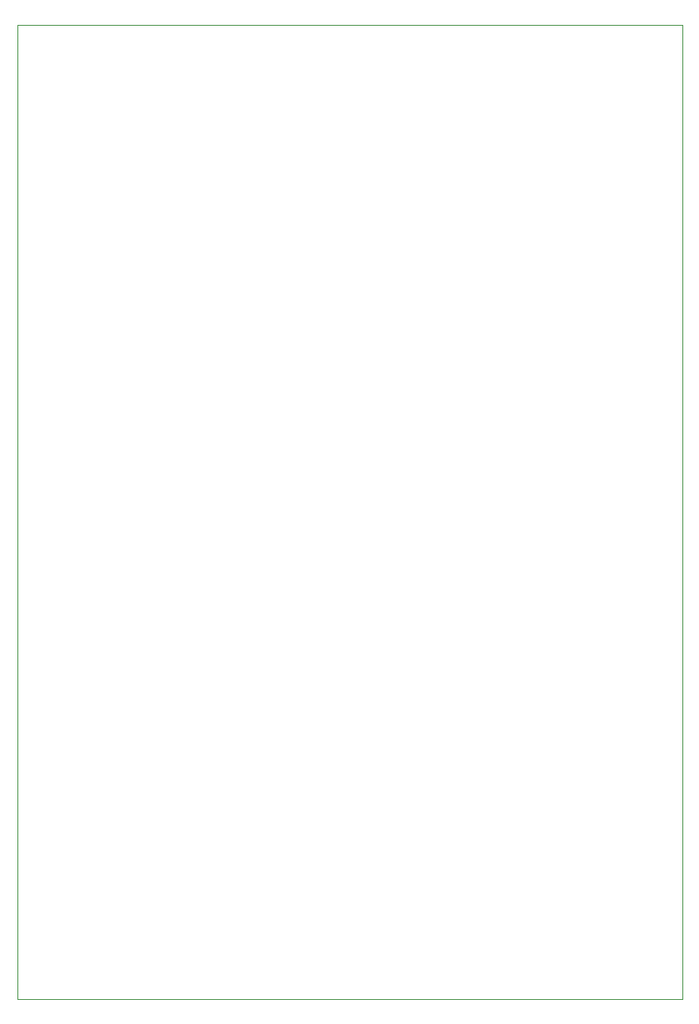
<source format=gbr>
%TF.GenerationSoftware,KiCad,Pcbnew,(5.1.10)-1*%
%TF.CreationDate,2021-07-08T21:42:34-07:00*%
%TF.ProjectId,299PCB,32393950-4342-42e6-9b69-6361645f7063,rev?*%
%TF.SameCoordinates,Original*%
%TF.FileFunction,Profile,NP*%
%FSLAX46Y46*%
G04 Gerber Fmt 4.6, Leading zero omitted, Abs format (unit mm)*
G04 Created by KiCad (PCBNEW (5.1.10)-1) date 2021-07-08 21:42:34*
%MOMM*%
%LPD*%
G01*
G04 APERTURE LIST*
%TA.AperFunction,Profile*%
%ADD10C,0.100000*%
%TD*%
G04 APERTURE END LIST*
D10*
X194310000Y-139192000D02*
X126492000Y-139192000D01*
X194310000Y-39878000D02*
X194310000Y-139192000D01*
X126492000Y-39878000D02*
X194310000Y-39878000D01*
X126492000Y-139192000D02*
X126492000Y-39878000D01*
M02*

</source>
